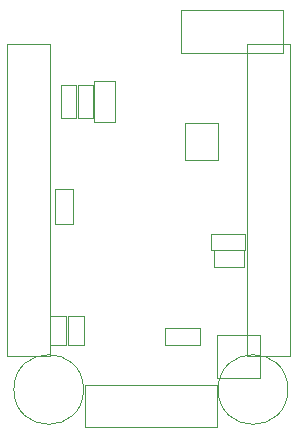
<source format=gbr>
G04 #@! TF.GenerationSoftware,KiCad,Pcbnew,5.1.2-f72e74a~84~ubuntu18.04.1*
G04 #@! TF.CreationDate,2019-07-10T23:14:27-06:00*
G04 #@! TF.ProjectId,rfboard,7266626f-6172-4642-9e6b-696361645f70,rev?*
G04 #@! TF.SameCoordinates,Original*
G04 #@! TF.FileFunction,Other,User*
%FSLAX46Y46*%
G04 Gerber Fmt 4.6, Leading zero omitted, Abs format (unit mm)*
G04 Created by KiCad (PCBNEW 5.1.2-f72e74a~84~ubuntu18.04.1) date 2019-07-10 23:14:27*
%MOMM*%
%LPD*%
G04 APERTURE LIST*
%ADD10C,0.050000*%
G04 APERTURE END LIST*
D10*
X125850000Y-146350000D02*
X125850000Y-147650000D01*
X125850000Y-147650000D02*
X122950000Y-147650000D01*
X122950000Y-147650000D02*
X122950000Y-146350000D01*
X122950000Y-146350000D02*
X125850000Y-146350000D01*
X112150000Y-159500000D02*
G75*
G03X112150000Y-159500000I-2950000J0D01*
G01*
X129450000Y-159500000D02*
G75*
G03X129450000Y-159500000I-2950000J0D01*
G01*
X110250000Y-136500000D02*
X110250000Y-133700000D01*
X110250000Y-136500000D02*
X111550000Y-136500000D01*
X111550000Y-133700000D02*
X110250000Y-133700000D01*
X111550000Y-133700000D02*
X111550000Y-136500000D01*
X111650000Y-136500000D02*
X111650000Y-133700000D01*
X111650000Y-136500000D02*
X112950000Y-136500000D01*
X112950000Y-133700000D02*
X111650000Y-133700000D01*
X112950000Y-133700000D02*
X112950000Y-136500000D01*
X114770000Y-133350000D02*
X114770000Y-136850000D01*
X114770000Y-133350000D02*
X113020000Y-133350000D01*
X113020000Y-136850000D02*
X114770000Y-136850000D01*
X113020000Y-136850000D02*
X113020000Y-133350000D01*
X109300000Y-156700000D02*
X109300000Y-130250000D01*
X109300000Y-130250000D02*
X105700000Y-130250000D01*
X105700000Y-130250000D02*
X105700000Y-156700000D01*
X105700000Y-156700000D02*
X109300000Y-156700000D01*
X129620000Y-156700000D02*
X129620000Y-130250000D01*
X129620000Y-130250000D02*
X126020000Y-130250000D01*
X126020000Y-130250000D02*
X126020000Y-156700000D01*
X126020000Y-156700000D02*
X129620000Y-156700000D01*
X120420000Y-131000000D02*
X129070000Y-131000000D01*
X129070000Y-131000000D02*
X129070000Y-127400000D01*
X129070000Y-127400000D02*
X120420000Y-127400000D01*
X120420000Y-127400000D02*
X120420000Y-131000000D01*
X123480000Y-159100000D02*
X112280000Y-159100000D01*
X112280000Y-159100000D02*
X112280000Y-162700000D01*
X112280000Y-162700000D02*
X123480000Y-162700000D01*
X123480000Y-162700000D02*
X123480000Y-159100000D01*
X125700000Y-149100000D02*
X123200000Y-149100000D01*
X125700000Y-149100000D02*
X125700000Y-147700000D01*
X123200000Y-147700000D02*
X123200000Y-149100000D01*
X123200000Y-147700000D02*
X125700000Y-147700000D01*
X120700000Y-140100000D02*
X123500000Y-140100000D01*
X123500000Y-136900000D02*
X120700000Y-136900000D01*
X123500000Y-136900000D02*
X123500000Y-140100000D01*
X120700000Y-136900000D02*
X120700000Y-140100000D01*
X110700000Y-153250000D02*
X110700000Y-155750000D01*
X110700000Y-153250000D02*
X109300000Y-153250000D01*
X109300000Y-155750000D02*
X110700000Y-155750000D01*
X109300000Y-155750000D02*
X109300000Y-153250000D01*
X112200000Y-153250000D02*
X112200000Y-155750000D01*
X112200000Y-153250000D02*
X110800000Y-153250000D01*
X110800000Y-155750000D02*
X112200000Y-155750000D01*
X110800000Y-155750000D02*
X110800000Y-153250000D01*
X123450000Y-158500000D02*
X127050000Y-158500000D01*
X127050000Y-158500000D02*
X127050000Y-154900000D01*
X127050000Y-154900000D02*
X123450000Y-154900000D01*
X123450000Y-154900000D02*
X123450000Y-158500000D01*
X109770000Y-142520000D02*
X111230000Y-142520000D01*
X111230000Y-142520000D02*
X111230000Y-145480000D01*
X111230000Y-145480000D02*
X109770000Y-145480000D01*
X109770000Y-145480000D02*
X109770000Y-142520000D01*
X119020000Y-154270000D02*
X121980000Y-154270000D01*
X119020000Y-155730000D02*
X119020000Y-154270000D01*
X121980000Y-155730000D02*
X119020000Y-155730000D01*
X121980000Y-154270000D02*
X121980000Y-155730000D01*
M02*

</source>
